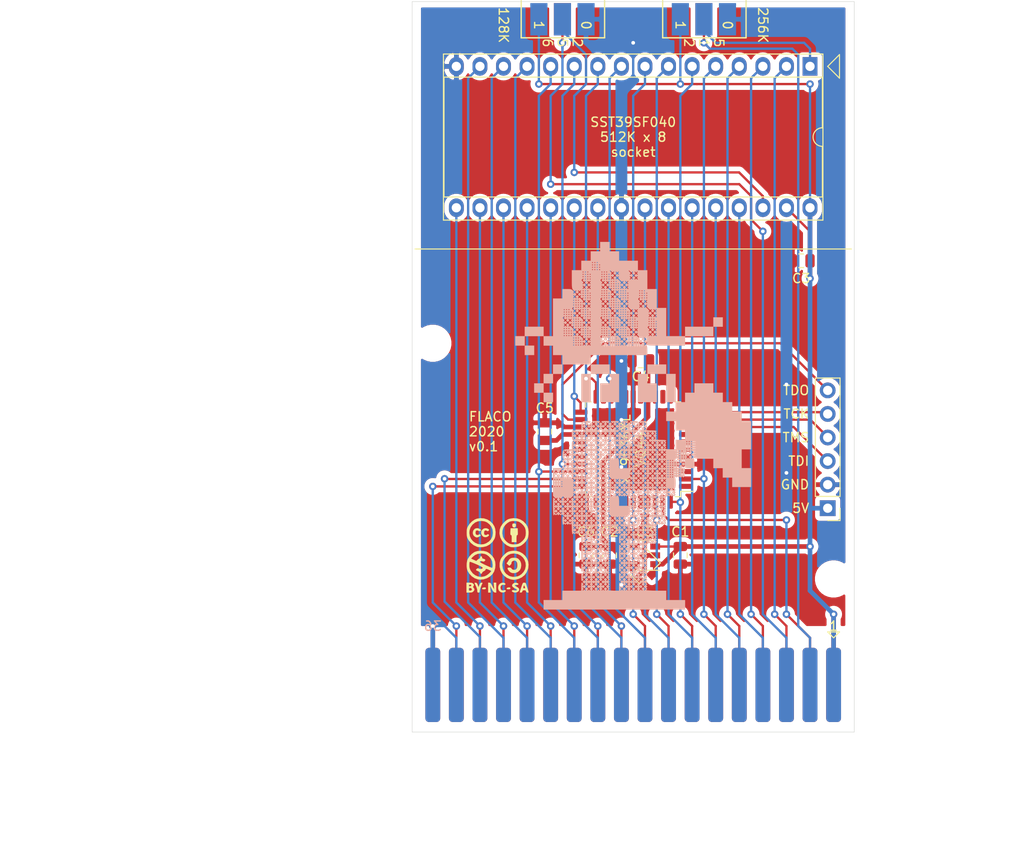
<source format=kicad_pcb>
(kicad_pcb (version 20171130) (host pcbnew 5.1.12-84ad8e8a86~92~ubuntu20.04.1)
  (title_block (title "CPC plus cartridge (ZIF)") (date 2021-12-11) (rev 0.2) (company "FLACO 2019-2020, licence of this schematic is CC-BY-NC-SA") (comment 1 "from 0.1: slight width increase to better fit the CPC connector"))
  (layers (0 F.Cu signal) (31 B.Cu signal) (34 B.Paste user) (35 F.Paste user) (36 B.SilkS user) (37 F.SilkS user) (38 B.Mask user) (39 F.Mask user) (44 Edge.Cuts user))
  (net 0 "")
  (net 1 GND)
  (net 2 /CCLR)
  (net 3 /SIN)
  (net 4 /D3)
  (net 5 /D2)
  (net 6 /D4)
  (net 7 /D1)
  (net 8 /D5)
  (net 9 /D0)
  (net 10 /D6)
  (net 11 /A0)
  (net 12 /D7)
  (net 13 /A1)
  (net 14 /_CE)
  (net 15 /A2)
  (net 16 /A10)
  (net 17 /A3)
  (net 18 /A4)
  (net 19 /A11)
  (net 20 /A5)
  (net 21 /A9)
  (net 22 /A6)
  (net 23 /A8)
  (net 24 /A7)
  (net 25 /A13)
  (net 26 /A12)
  (net 27 /A14)
  (net 28 /A15)
  (net 29 /A17)
  (net 30 /A16)
  (net 31 /A18)
  (net 32 /CLK4)
  (net 33 +5V)
  (net 34 +3V3)
  (net 35 /TMS)
  (net 36 /TDI)
  (net 37 /TDO)
  (net 38 /TCK)
  (net 39 /ROMA17)
  (net 40 /ROMA18)
  (module MountingHole:MountingHole_3mm (layer F.Cu) (at 175.26 118.11)
    (fp_text reference H2 hide)
    (fp_text value MountingHole)
    (pad 1 np_thru_hole circle (at 0 0) (size 3 3) (drill 3) (layers *.Cu *.Mask))
  )
  (module MountingHole:MountingHole_3mm (layer F.Cu) (at 132.08 92.71)
    (fp_text reference H1 hide)
    (fp_text value MountingHole)
    (pad 1 np_thru_hole circle (at 0 0) (size 3 3) (drill 3) (layers *.Cu *.Mask))
  )
  (module Sassa:PIC_Cassepanards_GS (layer B.Cu) (at 153.67 101.6 180)
    (fp_text reference FID2 hide)
    (fp_text value Logo hide)
  )
  (module Sassa:CC_BY_NC_SA_square_silkscreen (layer F.Cu) (at 139.065 115.57)
    (fp_text reference FID1 hide)
    (fp_text value License hide)
  )
  (module Sassa:Jumper_4_SPTT_P2.54mm_Edgemount (layer F.Cu) (at 161.29 57.785 180)
    (fp_text reference JP2 hide)
    (fp_text value 256k)
    (pad 4 smd rect (at 0 0 180) (size 1.846667 3.48) (layers F.Cu F.Paste F.Mask) (net 31 /A18))
    (pad 3 smd rect (at 2.54 0 180) (size 1.846667 3.48) (layers B.Cu B.Paste B.Mask) (net 33 +5V))
    (pad 1 smd rect (at 0 0 180) (size 1.846667 3.48) (layers B.Cu B.Paste B.Mask) (net 40 /ROMA18))
    (pad 2 smd rect (at -2.54 0 180) (size 1.846667 3.48) (layers B.Cu B.Paste B.Mask) (net 1 GND))
  )
  (module Sassa:Jumper_4_SPTT_P2.54mm_Edgemount (layer F.Cu) (at 146.05 57.785 180)
    (fp_text reference JP1 hide)
    (fp_text value 128k)
    (pad 4 smd rect (at 0 0 180) (size 1.846667 3.48) (layers F.Cu F.Paste F.Mask) (net 29 /A17))
    (pad 3 smd rect (at 2.54 0 180) (size 1.846667 3.48) (layers B.Cu B.Paste B.Mask) (net 33 +5V))
    (pad 1 smd rect (at 0 0 180) (size 1.846667 3.48) (layers B.Cu B.Paste B.Mask) (net 39 /ROMA17))
    (pad 2 smd rect (at -2.54 0 180) (size 1.846667 3.48) (layers B.Cu B.Paste B.Mask) (net 1 GND))
  )
  (module Sassa:DIP-32_W15.24mm_Socket_1mm (layer F.Cu) (at 172.72 62.865 270)
    (fp_text reference U1 hide)
    (fp_text value SST39SF040)
    (pad 32 thru_hole oval (at 15.24 0 270) (size 2 1.6) (drill 1) (layers *.Cu *.Mask) (net 33 +5V))
    (pad 16 thru_hole oval (at 0 38.1 270) (size 2 1.6) (drill 1) (layers *.Cu *.Mask) (net 1 GND))
    (pad 31 thru_hole oval (at 15.24 2.54 270) (size 2 1.6) (drill 1) (layers *.Cu *.Mask) (net 33 +5V))
    (pad 15 thru_hole oval (at 0 35.56 270) (size 2 1.6) (drill 1) (layers *.Cu *.Mask) (net 5 /D2))
    (pad 30 thru_hole oval (at 15.24 5.08 270) (size 2 1.6) (drill 1) (layers *.Cu *.Mask) (net 39 /ROMA17))
    (pad 14 thru_hole oval (at 0 33.02 270) (size 2 1.6) (drill 1) (layers *.Cu *.Mask) (net 7 /D1))
    (pad 29 thru_hole oval (at 15.24 7.62 270) (size 2 1.6) (drill 1) (layers *.Cu *.Mask) (net 27 /A14))
    (pad 13 thru_hole oval (at 0 30.48 270) (size 2 1.6) (drill 1) (layers *.Cu *.Mask) (net 9 /D0))
    (pad 28 thru_hole oval (at 15.24 10.16 270) (size 2 1.6) (drill 1) (layers *.Cu *.Mask) (net 25 /A13))
    (pad 12 thru_hole oval (at 0 27.94 270) (size 2 1.6) (drill 1) (layers *.Cu *.Mask) (net 11 /A0))
    (pad 27 thru_hole oval (at 15.24 12.7 270) (size 2 1.6) (drill 1) (layers *.Cu *.Mask) (net 23 /A8))
    (pad 11 thru_hole oval (at 0 25.4 270) (size 2 1.6) (drill 1) (layers *.Cu *.Mask) (net 13 /A1))
    (pad 26 thru_hole oval (at 15.24 15.24 270) (size 2 1.6) (drill 1) (layers *.Cu *.Mask) (net 21 /A9))
    (pad 10 thru_hole oval (at 0 22.86 270) (size 2 1.6) (drill 1) (layers *.Cu *.Mask) (net 15 /A2))
    (pad 25 thru_hole oval (at 15.24 17.78 270) (size 2 1.6) (drill 1) (layers *.Cu *.Mask) (net 19 /A11))
    (pad 9 thru_hole oval (at 0 20.32 270) (size 2 1.6) (drill 1) (layers *.Cu *.Mask) (net 17 /A3))
    (pad 24 thru_hole oval (at 15.24 20.32 270) (size 2 1.6) (drill 1) (layers *.Cu *.Mask) (net 1 GND))
    (pad 8 thru_hole oval (at 0 17.78 270) (size 2 1.6) (drill 1) (layers *.Cu *.Mask) (net 18 /A4))
    (pad 23 thru_hole oval (at 15.24 22.86 270) (size 2 1.6) (drill 1) (layers *.Cu *.Mask) (net 16 /A10))
    (pad 7 thru_hole oval (at 0 15.24 270) (size 2 1.6) (drill 1) (layers *.Cu *.Mask) (net 20 /A5))
    (pad 22 thru_hole oval (at 15.24 25.4 270) (size 2 1.6) (drill 1) (layers *.Cu *.Mask) (net 14 /_CE))
    (pad 6 thru_hole oval (at 0 12.7 270) (size 2 1.6) (drill 1) (layers *.Cu *.Mask) (net 22 /A6))
    (pad 21 thru_hole oval (at 15.24 27.94 270) (size 2 1.6) (drill 1) (layers *.Cu *.Mask) (net 12 /D7))
    (pad 5 thru_hole oval (at 0 10.16 270) (size 2 1.6) (drill 1) (layers *.Cu *.Mask) (net 24 /A7))
    (pad 20 thru_hole oval (at 15.24 30.48 270) (size 2 1.6) (drill 1) (layers *.Cu *.Mask) (net 10 /D6))
    (pad 4 thru_hole oval (at 0 7.62 270) (size 2 1.6) (drill 1) (layers *.Cu *.Mask) (net 26 /A12))
    (pad 19 thru_hole oval (at 15.24 33.02 270) (size 2 1.6) (drill 1) (layers *.Cu *.Mask) (net 8 /D5))
    (pad 3 thru_hole oval (at 0 5.08 270) (size 2 1.6) (drill 1) (layers *.Cu *.Mask) (net 28 /A15))
    (pad 18 thru_hole oval (at 15.24 35.56 270) (size 2 1.6) (drill 1) (layers *.Cu *.Mask) (net 6 /D4))
    (pad 2 thru_hole oval (at 0 2.54 270) (size 2 1.6) (drill 1) (layers *.Cu *.Mask) (net 30 /A16))
    (pad 17 thru_hole oval (at 15.24 38.1 270) (size 2 1.6) (drill 1) (layers *.Cu *.Mask) (net 4 /D3))
    (pad 1 thru_hole rect (at 0 0 270) (size 2 1.6) (drill 1) (layers *.Cu *.Mask) (net 40 /ROMA18))
  )
  (module Package_TO_SOT_SMD:SOT-23 (layer F.Cu) (at 154.94 116.967 315)
    (fp_text reference U4 hide)
    (fp_text value XC6206PxxxMR)
    (pad 3 smd rect (at 1 0 315) (size 0.9 0.8) (layers F.Cu F.Paste F.Mask) (net 33 +5V))
    (pad 2 smd rect (at -1 0.95 315) (size 0.9 0.8) (layers F.Cu F.Paste F.Mask) (net 34 +3V3))
    (pad 1 smd rect (at -1 -0.95 315) (size 0.9 0.8) (layers F.Cu F.Paste F.Mask) (net 1 GND))
  )
  (module Package_TO_SOT_SMD:SOT-23-5 (layer F.Cu) (at 154.94 115.57 180)
    (fp_text reference U3 (at 0 2.54 unlocked) (layer F.SilkS))
    (fp_text value SPX3819M5-L-3-3)
    (pad 5 smd rect (at 1.1 -0.95 180) (size 1.06 0.65) (layers F.Cu F.Paste F.Mask) (net 34 +3V3))
    (pad 4 smd rect (at 1.1 0.95 180) (size 1.06 0.65) (layers F.Cu F.Paste F.Mask))
    (pad 3 smd rect (at -1.1 0.95 180) (size 1.06 0.65) (layers F.Cu F.Paste F.Mask) (net 33 +5V))
    (pad 2 smd rect (at -1.1 0 180) (size 1.06 0.65) (layers F.Cu F.Paste F.Mask) (net 1 GND))
    (pad 1 smd rect (at -1.1 -0.95 180) (size 1.06 0.65) (layers F.Cu F.Paste F.Mask) (net 33 +5V))
  )
  (module Package_QFP:LQFP-44_10x10mm_P0.8mm (layer F.Cu) (at 153.67 104.14 180)
    (fp_text reference U2 hide)
    (fp_text value XC9536XL-VQ44)
    (pad 44 smd roundrect (at -4 -5.6625 180) (size 0.55 1.475) (layers F.Cu F.Paste F.Mask) (net 22 /A6))
    (pad 43 smd roundrect (at -3.2 -5.6625 180) (size 0.55 1.475) (layers F.Cu F.Paste F.Mask) (net 32 /CLK4))
    (pad 42 smd roundrect (at -2.4 -5.6625 180) (size 0.55 1.475) (layers F.Cu F.Paste F.Mask) (net 20 /A5))
    (pad 41 smd roundrect (at -1.6 -5.6625 180) (size 0.55 1.475) (layers F.Cu F.Paste F.Mask))
    (pad 40 smd roundrect (at -0.8 -5.6625 180) (size 0.55 1.475) (layers F.Cu F.Paste F.Mask))
    (pad 39 smd roundrect (at 0 -5.6625 180) (size 0.55 1.475) (layers F.Cu F.Paste F.Mask) (net 18 /A4))
    (pad 38 smd roundrect (at 0.8 -5.6625 180) (size 0.55 1.475) (layers F.Cu F.Paste F.Mask))
    (pad 37 smd roundrect (at 1.6 -5.6625 180) (size 0.55 1.475) (layers F.Cu F.Paste F.Mask))
    (pad 36 smd roundrect (at 2.4 -5.6625 180) (size 0.55 1.475) (layers F.Cu F.Paste F.Mask))
    (pad 35 smd roundrect (at 3.2 -5.6625 180) (size 0.55 1.475) (layers F.Cu F.Paste F.Mask) (net 34 +3V3))
    (pad 34 smd roundrect (at 4 -5.6625 180) (size 0.55 1.475) (layers F.Cu F.Paste F.Mask))
    (pad 33 smd roundrect (at 5.6625 -4 180) (size 1.475 0.55) (layers F.Cu F.Paste F.Mask) (net 2 /CCLR))
    (pad 32 smd roundrect (at 5.6625 -3.2 180) (size 1.475 0.55) (layers F.Cu F.Paste F.Mask) (net 3 /SIN))
    (pad 31 smd roundrect (at 5.6625 -2.4 180) (size 1.475 0.55) (layers F.Cu F.Paste F.Mask) (net 11 /A0))
    (pad 30 smd roundrect (at 5.6625 -1.6 180) (size 1.475 0.55) (layers F.Cu F.Paste F.Mask) (net 13 /A1))
    (pad 29 smd roundrect (at 5.6625 -0.8 180) (size 1.475 0.55) (layers F.Cu F.Paste F.Mask))
    (pad 28 smd roundrect (at 5.6625 0 180) (size 1.475 0.55) (layers F.Cu F.Paste F.Mask))
    (pad 27 smd roundrect (at 5.6625 0.8 180) (size 1.475 0.55) (layers F.Cu F.Paste F.Mask))
    (pad 26 smd roundrect (at 5.6625 1.6 180) (size 1.475 0.55) (layers F.Cu F.Paste F.Mask) (net 34 +3V3))
    (pad 25 smd roundrect (at 5.6625 2.4 180) (size 1.475 0.55) (layers F.Cu F.Paste F.Mask) (net 1 GND))
    (pad 24 smd roundrect (at 5.6625 3.2 180) (size 1.475 0.55) (layers F.Cu F.Paste F.Mask) (net 37 /TDO))
    (pad 23 smd roundrect (at 5.6625 4 180) (size 1.475 0.55) (layers F.Cu F.Paste F.Mask) (net 14 /_CE))
    (pad 22 smd roundrect (at 4 5.6625 180) (size 0.55 1.475) (layers F.Cu F.Paste F.Mask) (net 15 /A2))
    (pad 21 smd roundrect (at 3.2 5.6625 180) (size 0.55 1.475) (layers F.Cu F.Paste F.Mask))
    (pad 20 smd roundrect (at 2.4 5.6625 180) (size 0.55 1.475) (layers F.Cu F.Paste F.Mask) (net 17 /A3))
    (pad 19 smd roundrect (at 1.6 5.6625 180) (size 0.55 1.475) (layers F.Cu F.Paste F.Mask))
    (pad 18 smd roundrect (at 0.8 5.6625 180) (size 0.55 1.475) (layers F.Cu F.Paste F.Mask))
    (pad 17 smd roundrect (at 0 5.6625 180) (size 0.55 1.475) (layers F.Cu F.Paste F.Mask) (net 1 GND))
    (pad 16 smd roundrect (at -0.8 5.6625 180) (size 0.55 1.475) (layers F.Cu F.Paste F.Mask))
    (pad 15 smd roundrect (at -1.6 5.6625 180) (size 0.55 1.475) (layers F.Cu F.Paste F.Mask) (net 34 +3V3))
    (pad 14 smd roundrect (at -2.4 5.6625 180) (size 0.55 1.475) (layers F.Cu F.Paste F.Mask))
    (pad 13 smd roundrect (at -3.2 5.6625 180) (size 0.55 1.475) (layers F.Cu F.Paste F.Mask))
    (pad 12 smd roundrect (at -4 5.6625 180) (size 0.55 1.475) (layers F.Cu F.Paste F.Mask))
    (pad 11 smd roundrect (at -5.6625 4 180) (size 1.475 0.55) (layers F.Cu F.Paste F.Mask) (net 38 /TCK))
    (pad 10 smd roundrect (at -5.6625 3.2 180) (size 1.475 0.55) (layers F.Cu F.Paste F.Mask) (net 35 /TMS))
    (pad 9 smd roundrect (at -5.6625 2.4 180) (size 1.475 0.55) (layers F.Cu F.Paste F.Mask) (net 36 /TDI))
    (pad 8 smd roundrect (at -5.6625 1.6 180) (size 1.475 0.55) (layers F.Cu F.Paste F.Mask))
    (pad 7 smd roundrect (at -5.6625 0.8 180) (size 1.475 0.55) (layers F.Cu F.Paste F.Mask))
    (pad 6 smd roundrect (at -5.6625 0 180) (size 1.475 0.55) (layers F.Cu F.Paste F.Mask))
    (pad 5 smd roundrect (at -5.6625 -0.8 180) (size 1.475 0.55) (layers F.Cu F.Paste F.Mask))
    (pad 4 smd roundrect (at -5.6625 -1.6 180) (size 1.475 0.55) (layers F.Cu F.Paste F.Mask) (net 1 GND))
    (pad 3 smd roundrect (at -5.6625 -2.4 180) (size 1.475 0.55) (layers F.Cu F.Paste F.Mask))
    (pad 2 smd roundrect (at -5.6625 -3.2 180) (size 1.475 0.55) (layers F.Cu F.Paste F.Mask) (net 24 /A7))
    (pad 1 smd roundrect (at -5.6625 -4 180) (size 1.475 0.55) (layers F.Cu F.Paste F.Mask))
  )
  (module Connector_PinHeader_2.54mm:PinHeader_1x06_P2.54mm_Vertical (layer F.Cu) (at 174.625 110.49 180)
    (fp_text reference J2 hide)
    (fp_text value JTAG)
    (pad 6 thru_hole oval (at 0 12.7 180) (size 1.7 1.7) (drill 1) (layers *.Cu *.Mask) (net 37 /TDO))
    (pad 5 thru_hole oval (at 0 10.16 180) (size 1.7 1.7) (drill 1) (layers *.Cu *.Mask) (net 38 /TCK))
    (pad 4 thru_hole oval (at 0 7.62 180) (size 1.7 1.7) (drill 1) (layers *.Cu *.Mask) (net 35 /TMS))
    (pad 3 thru_hole oval (at 0 5.08 180) (size 1.7 1.7) (drill 1) (layers *.Cu *.Mask) (net 36 /TDI))
    (pad 2 thru_hole oval (at 0 2.54 180) (size 1.7 1.7) (drill 1) (layers *.Cu *.Mask) (net 1 GND))
    (pad 1 thru_hole rect (at 0 0 180) (size 1.7 1.7) (drill 1) (layers *.Cu *.Mask) (net 33 +5V))
  )
  (module Capacitor_SMD:C_0805_2012Metric (layer F.Cu) (at 148.59 115.57 270)
    (fp_text reference C6 (at -2.54 0 unlocked) (layer F.SilkS))
    (fp_text value 100nF)
    (pad 2 smd roundrect (at 0.95 0 270) (size 1 1.45) (layers F.Cu F.Paste F.Mask) (net 1 GND))
    (pad 1 smd roundrect (at -0.95 0 270) (size 1 1.45) (layers F.Cu F.Paste F.Mask) (net 34 +3V3))
  )
  (module Capacitor_SMD:C_0805_2012Metric (layer F.Cu) (at 144.145 102.235 90)
    (fp_text reference C5 (at 2.54 0 unlocked) (layer F.SilkS))
    (fp_text value 100nF)
    (pad 2 smd roundrect (at 0.95 0 90) (size 1 1.45) (layers F.Cu F.Paste F.Mask) (net 1 GND))
    (pad 1 smd roundrect (at -0.95 0 90) (size 1 1.45) (layers F.Cu F.Paste F.Mask) (net 34 +3V3))
  )
  (module Capacitor_SMD:C_0805_2012Metric (layer F.Cu) (at 154.4955 94.615 180)
    (fp_text reference C4 (at 0 -1.68 unlocked) (layer F.SilkS))
    (fp_text value 100nF)
    (pad 2 smd roundrect (at 0.95 0 180) (size 1 1.45) (layers F.Cu F.Paste F.Mask) (net 1 GND))
    (pad 1 smd roundrect (at -0.95 0 180) (size 1 1.45) (layers F.Cu F.Paste F.Mask) (net 34 +3V3))
  )
  (module Capacitor_SMD:C_0805_2012Metric (layer F.Cu) (at 171.77 83.82 180)
    (fp_text reference C3 (at 0 -1.905 unlocked) (layer F.SilkS))
    (fp_text value 100nF)
    (pad 2 smd roundrect (at 0.95 0 180) (size 1 1.45) (layers F.Cu F.Paste F.Mask) (net 1 GND))
    (pad 1 smd roundrect (at -0.95 0 180) (size 1 1.45) (layers F.Cu F.Paste F.Mask) (net 33 +5V))
  )
  (module Capacitor_SMD:C_0805_2012Metric (layer F.Cu) (at 151.13 115.57 270)
    (fp_text reference C2 (at -2.54 0 unlocked) (layer F.SilkS))
    (fp_text value 2.2uf)
    (pad 2 smd roundrect (at 0.95 0 270) (size 1 1.45) (layers F.Cu F.Paste F.Mask) (net 1 GND))
    (pad 1 smd roundrect (at -0.95 0 270) (size 1 1.45) (layers F.Cu F.Paste F.Mask) (net 34 +3V3))
  )
  (module Capacitor_SMD:C_0805_2012Metric (layer F.Cu) (at 158.75 115.57 270)
    (fp_text reference C1 (at -2.54 0 unlocked) (layer F.SilkS))
    (fp_text value 2.2uf)
    (pad 2 smd roundrect (at 0.95 0 270) (size 1 1.45) (layers F.Cu F.Paste F.Mask) (net 1 GND))
    (pad 1 smd roundrect (at -0.95 0 270) (size 1 1.45) (layers F.Cu F.Paste F.Mask) (net 33 +5V))
  )
  (module Sassa:Amstrad-CPC-plus-cartridge (layer F.Cu) (at 175.26 129.54)
    (fp_text reference J1 hide)
    (fp_text value Amstrad-CPC-plus-cartridge)
    (pad 36 smd roundrect (at -43.18 0) (size 1.6 8) (layers B.Cu B.Paste B.Mask) (net 1 GND))
    (pad 35 smd roundrect (at -43.18 0) (size 1.6 8) (layers F.Cu F.Paste F.Mask) (net 1 GND))
    (pad 34 smd roundrect (at -40.64 0) (size 1.6 8) (layers B.Cu B.Paste B.Mask) (net 1 GND))
    (pad 33 smd roundrect (at -40.64 0) (size 1.6 8) (layers F.Cu F.Paste F.Mask) (net 2 /CCLR))
    (pad 32 smd roundrect (at -38.1 0) (size 1.6 8) (layers B.Cu B.Paste B.Mask) (net 3 /SIN))
    (pad 31 smd roundrect (at -38.1 0) (size 1.6 8) (layers F.Cu F.Paste F.Mask) (net 4 /D3))
    (pad 30 smd roundrect (at -35.56 0) (size 1.6 8) (layers B.Cu B.Paste B.Mask) (net 5 /D2))
    (pad 29 smd roundrect (at -35.56 0) (size 1.6 8) (layers F.Cu F.Paste F.Mask) (net 6 /D4))
    (pad 28 smd roundrect (at -33.02 0) (size 1.6 8) (layers B.Cu B.Paste B.Mask) (net 7 /D1))
    (pad 27 smd roundrect (at -33.02 0) (size 1.6 8) (layers F.Cu F.Paste F.Mask) (net 8 /D5))
    (pad 26 smd roundrect (at -30.48 0) (size 1.6 8) (layers B.Cu B.Paste B.Mask) (net 9 /D0))
    (pad 25 smd roundrect (at -30.48 0) (size 1.6 8) (layers F.Cu F.Paste F.Mask) (net 10 /D6))
    (pad 24 smd roundrect (at -27.94 0) (size 1.6 8) (layers B.Cu B.Paste B.Mask) (net 11 /A0))
    (pad 23 smd roundrect (at -27.94 0) (size 1.6 8) (layers F.Cu F.Paste F.Mask) (net 12 /D7))
    (pad 22 smd roundrect (at -25.4 0) (size 1.6 8) (layers B.Cu B.Paste B.Mask) (net 13 /A1))
    (pad 21 smd roundrect (at -25.4 0) (size 1.6 8) (layers F.Cu F.Paste F.Mask) (net 14 /_CE))
    (pad 20 smd roundrect (at -22.86 0) (size 1.6 8) (layers B.Cu B.Paste B.Mask) (net 15 /A2))
    (pad 19 smd roundrect (at -22.86 0) (size 1.6 8) (layers F.Cu F.Paste F.Mask) (net 16 /A10))
    (pad 18 smd roundrect (at -20.32 0) (size 1.6 8) (layers B.Cu B.Paste B.Mask) (net 17 /A3))
    (pad 17 smd roundrect (at -20.32 0) (size 1.6 8) (layers F.Cu F.Paste F.Mask) (net 18 /A4))
    (pad 16 smd roundrect (at -17.78 0) (size 1.6 8) (layers B.Cu B.Paste B.Mask) (net 19 /A11))
    (pad 15 smd roundrect (at -17.78 0) (size 1.6 8) (layers F.Cu F.Paste F.Mask) (net 20 /A5))
    (pad 14 smd roundrect (at -15.24 0) (size 1.6 8) (layers B.Cu B.Paste B.Mask) (net 21 /A9))
    (pad 13 smd roundrect (at -15.24 0) (size 1.6 8) (layers F.Cu F.Paste F.Mask) (net 22 /A6))
    (pad 12 smd roundrect (at -12.7 0) (size 1.6 8) (layers B.Cu B.Paste B.Mask) (net 23 /A8))
    (pad 11 smd roundrect (at -12.7 0) (size 1.6 8) (layers F.Cu F.Paste F.Mask) (net 24 /A7))
    (pad 10 smd roundrect (at -10.16 0) (size 1.6 8) (layers B.Cu B.Paste B.Mask) (net 25 /A13))
    (pad 9 smd roundrect (at -10.16 0) (size 1.6 8) (layers F.Cu F.Paste F.Mask) (net 26 /A12))
    (pad 8 smd roundrect (at -7.62 0) (size 1.6 8) (layers B.Cu B.Paste B.Mask) (net 27 /A14))
    (pad 7 smd roundrect (at -7.62 0) (size 1.6 8) (layers F.Cu F.Paste F.Mask) (net 28 /A15))
    (pad 6 smd roundrect (at -5.08 0) (size 1.6 8) (layers B.Cu B.Paste B.Mask) (net 29 /A17))
    (pad 5 smd roundrect (at -5.08 0) (size 1.6 8) (layers F.Cu F.Paste F.Mask) (net 30 /A16))
    (pad 4 smd roundrect (at -2.54 0) (size 1.6 8) (layers B.Cu B.Paste B.Mask) (net 31 /A18))
    (pad 3 smd roundrect (at -2.54 0) (size 1.6 8) (layers F.Cu F.Paste F.Mask) (net 32 /CLK4))
    (pad 2 smd roundrect (at 0 0) (size 1.6 8) (layers B.Cu B.Paste B.Mask) (net 33 +5V))
    (pad 1 smd roundrect (at 0 0) (size 1.6 8) (layers F.Cu F.Paste F.Mask) (net 33 +5V))
  )
  (gr_text 5V (at 172.72 110.49) (layer F.SilkS) (effects (font (size 1 1)) (justify right)))
  (gr_text GND (at 172.72 107.95) (layer F.SilkS) (effects (font (size 1 1)) (justify right)))
  (gr_text TDI (at 172.72 105.41) (layer F.SilkS) (effects (font (size 1 1)) (justify right)))
  (gr_text TMS (at 172.72 102.87) (layer F.SilkS) (effects (font (size 1 1)) (justify right)))
  (gr_text TCK (at 172.72 100.33) (layer F.SilkS) (effects (font (size 1 1)) (justify right)))
  (gr_text TDO (at 172.72 97.79) (layer F.SilkS) (effects (font (size 1 1)) (justify right)))
  (gr_text "FLACO\n2020\nv0.1" (at 135.89 102.235) (layer F.SilkS) (effects (font (size 1 1)) (justify left)))
  (gr_line (start 175.895 64.135) (end 174.625 62.865) (layer F.SilkS) (width 0.12))
  (gr_line (start 175.895 61.595) (end 175.895 64.135) (layer F.SilkS) (width 0.12))
  (gr_line (start 174.625 62.865) (end 175.895 61.595) (layer F.SilkS) (width 0.12))
  (gr_text 36 (at 132.08 123.19) (layer B.SilkS) (effects (font (size 1 1)) (justify mirror)))
  (gr_line (start 175.26 124.46) (end 174.625 123.825) (layer F.SilkS) (width 0.12))
  (gr_line (start 175.895 123.825) (end 175.26 124.46) (layer F.SilkS) (width 0.12))
  (gr_line (start 174.625 123.825) (end 175.895 123.825) (layer F.SilkS) (width 0.12))
  (gr_text 1 (at 175.26 123.19) (layer F.SilkS) (effects (font (size 1 1))))
  (gr_text "5\n1\n2" (at 161.29 60.325 270) (layer F.SilkS) (effects (font (size 1 1))))
  (gr_text "2\n5\n6" (at 146.05 60.325 270) (layer F.SilkS) (effects (font (size 1 1))))
  (gr_text 0 (at 163.83 58.42 270) (layer F.SilkS) (effects (font (size 1 1))))
  (gr_text 1 (at 158.75 58.42 270) (layer F.SilkS) (effects (font (size 1 1))))
  (gr_text 0 (at 148.59 58.42 270) (layer F.SilkS) (effects (font (size 1 1))))
  (gr_text 1 (at 143.51 58.42 270) (layer F.SilkS) (effects (font (size 1 1))))
  (gr_text "XC9536XL\nVQ44" (at 153.67 104.14 90) (layer F.SilkS) (effects (font (size 1 1))))
  (gr_text "SST39SF040\n512K x 8\nsocket" (at 153.67 70.485) (layer F.SilkS) (effects (font (size 1 1))))
  (gr_text 256K (at 167.64 58.42 270) (layer F.SilkS) (effects (font (size 1 1))))
  (gr_text 128K (at 139.7 58.42 270) (layer F.SilkS) (effects (font (size 1 1))))
  (gr_line (start 130.175 82.55) (end 177.165 82.55) (layer F.SilkS) (width 0.12))
  (gr_line (start 129.8575 55.88) (end 177.4825 55.88) (layer Edge.Cuts) (width 0.05))
  (gr_line (start 129.8575 134.62) (end 129.8575 55.88) (layer Edge.Cuts) (width 0.05))
  (gr_line (start 177.4825 134.62) (end 177.4825 55.88) (layer Edge.Cuts) (width 0.05))
  (gr_line (start 129.8575 134.62) (end 177.4825 134.62) (layer Edge.Cuts) (width 0.05))
  (via (at 170.18 97.155) (size 0.8) (drill 0.4) (layers F.Cu B.Cu) (net 1))
  (segment (start 145.735 101.285) (end 144.145 101.285) (width 0.5) (layer F.Cu) (net 1))
  (segment (start 148.0075 101.74) (end 146.19 101.74) (width 0.5) (layer F.Cu) (net 1))
  (segment (start 146.19 101.74) (end 145.735 101.285) (width 0.5) (layer F.Cu) (net 1))
  (segment (start 153.67 94.7395) (end 153.5455 94.615) (width 0.5) (layer F.Cu) (net 1))
  (segment (start 153.67 98.4775) (end 153.67 94.7395) (width 0.5) (layer F.Cu) (net 1))
  (segment (start 153.67 99.695) (end 153.67 98.4775) (width 0.5) (layer F.Cu) (net 1))
  (segment (start 152.4 100.965) (end 153.67 99.695) (width 0.5) (layer F.Cu) (net 1))
  (segment (start 151.625 101.74) (end 152.4 100.965) (width 0.5) (layer F.Cu) (net 1))
  (segment (start 148.0075 101.74) (end 151.625 101.74) (width 0.5) (layer F.Cu) (net 1))
  (via (at 152.4 100.965) (size 0.8) (drill 0.4) (layers F.Cu B.Cu) (net 1))
  (segment (start 152.4 106.045) (end 152.4 100.965) (width 0.5) (layer B.Cu) (net 1))
  (segment (start 159.3325 105.74) (end 152.705 105.74) (width 0.5) (layer F.Cu) (net 1))
  (segment (start 152.705 105.74) (end 152.4 106.045) (width 0.5) (layer F.Cu) (net 1))
  (via (at 152.4 106.045) (size 0.8) (drill 0.4) (layers F.Cu B.Cu) (net 1))
  (via (at 152.4 94.615) (size 0.8) (drill 0.4) (layers F.Cu B.Cu) (net 1))
  (segment (start 153.5455 94.615) (end 152.4 94.615) (width 0.25) (layer F.Cu) (net 1))
  (segment (start 154.922787 115.57) (end 154.904645 115.588142) (width 0.5) (layer F.Cu) (net 1))
  (segment (start 156.04 115.57) (end 154.922787 115.57) (width 0.5) (layer F.Cu) (net 1))
  (segment (start 132.08 129.54) (end 132.08 123.19) (width 0.5) (layer B.Cu) (net 1))
  (segment (start 132.08 129.54) (end 132.08 123.19) (width 0.5) (layer F.Cu) (net 1))
  (via (at 132.08 123.19) (size 0.8) (drill 0.4) (layers F.Cu B.Cu) (net 1))
  (segment (start 133.35 123.19) (end 132.08 123.19) (width 0.25) (layer B.Cu) (net 1))
  (segment (start 134.62 124.46) (end 133.35 123.19) (width 0.25) (layer B.Cu) (net 1))
  (segment (start 134.62 129.54) (end 134.62 124.46) (width 0.25) (layer B.Cu) (net 1))
  (segment (start 132.08 123.19) (end 132.08 122.555) (width 0.5) (layer F.Cu) (net 1))
  (segment (start 132.08 123.19) (end 132.08 122.555) (width 0.5) (layer B.Cu) (net 1))
  (segment (start 151.13 116.52) (end 148.59 116.52) (width 0.5) (layer F.Cu) (net 1))
  (segment (start 159.3325 105.74) (end 162.255 105.74) (width 0.5) (layer F.Cu) (net 1))
  (via (at 170.18 106.68) (size 0.8) (drill 0.4) (layers F.Cu B.Cu) (net 1))
  (segment (start 151.13 118.11) (end 151.13 116.52) (width 0.5) (layer F.Cu) (net 1))
  (segment (start 151.765 118.745) (end 151.13 118.11) (width 0.5) (layer F.Cu) (net 1))
  (segment (start 153.280002 118.745) (end 152.4 118.745) (width 0.5) (layer F.Cu) (net 1))
  (segment (start 154.904645 117.120357) (end 153.280002 118.745) (width 0.5) (layer F.Cu) (net 1))
  (segment (start 154.904645 115.588142) (end 154.904645 117.120357) (width 0.5) (layer F.Cu) (net 1))
  (segment (start 152.4 118.745) (end 151.765 118.745) (width 0.5) (layer F.Cu) (net 1))
  (via (at 152.4 118.745) (size 0.8) (drill 0.4) (layers F.Cu B.Cu) (net 1))
  (via (at 153.67 60.325) (size 0.8) (drill 0.4) (layers F.Cu B.Cu) (net 1))
  (segment (start 154.904645 115.588142) (end 154.904645 113.065355) (width 0.5) (layer F.Cu) (net 1))
  (segment (start 153.67 64.77) (end 153.67 60.325) (width 0.25) (layer B.Cu) (net 1))
  (segment (start 152.4 66.04) (end 153.67 64.77) (width 0.25) (layer B.Cu) (net 1))
  (segment (start 152.4 78.105) (end 152.4 66.04) (width 0.25) (layer B.Cu) (net 1))
  (segment (start 134.62 129.54) (end 134.62 123.19) (width 0.25) (layer F.Cu) (net 2))
  (via (at 134.62 123.19) (size 0.8) (drill 0.4) (layers F.Cu B.Cu) (net 2))
  (via (at 132.080001 108.1405) (size 0.8) (drill 0.4) (layers F.Cu B.Cu) (net 2))
  (segment (start 134.62 123.19) (end 132.080001 120.650001) (width 0.25) (layer B.Cu) (net 2))
  (segment (start 132.080001 120.650001) (end 132.080001 108.1405) (width 0.25) (layer B.Cu) (net 2))
  (segment (start 148.0075 108.14) (end 132.080501 108.14) (width 0.25) (layer F.Cu) (net 2))
  (segment (start 132.080501 108.14) (end 132.080001 108.1405) (width 0.25) (layer F.Cu) (net 2))
  (via (at 133.35 107.315) (size 0.8) (drill 0.4) (layers F.Cu B.Cu) (net 3))
  (segment (start 137.16 129.54) (end 137.16 124.365) (width 0.25) (layer B.Cu) (net 3))
  (segment (start 137.16 124.365) (end 133.35 120.555) (width 0.25) (layer B.Cu) (net 3))
  (segment (start 133.35 120.555) (end 133.35 107.315) (width 0.25) (layer B.Cu) (net 3))
  (segment (start 133.375 107.34) (end 133.35 107.315) (width 0.25) (layer F.Cu) (net 3))
  (segment (start 148.0075 107.34) (end 133.375 107.34) (width 0.25) (layer F.Cu) (net 3))
  (via (at 137.16 123.19) (size 0.8) (drill 0.4) (layers F.Cu B.Cu) (net 4))
  (segment (start 137.16 129.54) (end 137.16 123.19) (width 0.25) (layer F.Cu) (net 4))
  (segment (start 134.62 78.105) (end 134.62 120.65) (width 0.25) (layer B.Cu) (net 4))
  (segment (start 134.62 120.65) (end 137.16 123.19) (width 0.25) (layer B.Cu) (net 4))
  (segment (start 135.89 64.135) (end 137.16 62.865) (width 0.25) (layer B.Cu) (net 5))
  (segment (start 135.89 120.65) (end 135.89 64.135) (width 0.25) (layer B.Cu) (net 5))
  (segment (start 139.7 124.46) (end 135.89 120.65) (width 0.25) (layer B.Cu) (net 5))
  (segment (start 139.7 129.54) (end 139.7 124.46) (width 0.25) (layer B.Cu) (net 5))
  (segment (start 137.16 120.65) (end 139.7 123.19) (width 0.25) (layer B.Cu) (net 6))
  (segment (start 137.16 78.105) (end 137.16 120.65) (width 0.25) (layer B.Cu) (net 6))
  (segment (start 139.7 129.54) (end 139.7 123.19) (width 0.25) (layer F.Cu) (net 6))
  (via (at 139.7 123.19) (size 0.8) (drill 0.4) (layers F.Cu B.Cu) (net 6))
  (segment (start 142.24 124.46) (end 142.24 129.54) (width 0.25) (layer B.Cu) (net 7))
  (segment (start 138.43 120.65) (end 142.24 124.46) (width 0.25) (layer B.Cu) (net 7))
  (segment (start 138.43 64.135) (end 138.43 120.65) (width 0.25) (layer B.Cu) (net 7))
  (segment (start 139.7 62.865) (end 138.43 64.135) (width 0.25) (layer B.Cu) (net 7))
  (segment (start 139.7 120.65) (end 142.24 123.19) (width 0.25) (layer B.Cu) (net 8))
  (segment (start 139.7 78.105) (end 139.7 120.65) (width 0.25) (layer B.Cu) (net 8))
  (segment (start 142.24 129.54) (end 142.24 123.19) (width 0.25) (layer F.Cu) (net 8))
  (via (at 142.24 123.19) (size 0.8) (drill 0.4) (layers F.Cu B.Cu) (net 8))
  (segment (start 140.97 64.135) (end 142.24 62.865) (width 0.25) (layer B.Cu) (net 9))
  (segment (start 140.97 120.65) (end 140.97 64.135) (width 0.25) (layer B.Cu) (net 9))
  (segment (start 144.78 124.46) (end 140.97 120.65) (width 0.25) (layer B.Cu) (net 9))
  (segment (start 144.78 129.54) (end 144.78 124.46) (width 0.25) (layer B.Cu) (net 9))
  (segment (start 142.24 120.65) (end 144.78 123.19) (width 0.25) (layer B.Cu) (net 10))
  (segment (start 144.78 129.54) (end 144.78 123.19) (width 0.25) (layer F.Cu) (net 10))
  (segment (start 142.24 78.105) (end 142.24 120.65) (width 0.25) (layer B.Cu) (net 10))
  (via (at 144.78 123.19) (size 0.8) (drill 0.4) (layers F.Cu B.Cu) (net 10))
  (segment (start 147.32 124.46) (end 143.51 120.65) (width 0.25) (layer B.Cu) (net 11))
  (segment (start 147.32 129.54) (end 147.32 124.46) (width 0.25) (layer B.Cu) (net 11))
  (segment (start 143.51 120.65) (end 143.51 106.045) (width 0.25) (layer B.Cu) (net 11))
  (segment (start 143.51 106.045) (end 143.51 105.41) (width 0.25) (layer B.Cu) (net 11))
  (segment (start 144.78 64.77) (end 144.78 62.865) (width 0.25) (layer B.Cu) (net 11))
  (segment (start 143.51 66.04) (end 144.78 64.77) (width 0.25) (layer B.Cu) (net 11))
  (segment (start 143.51 105.41) (end 143.51 66.04) (width 0.25) (layer B.Cu) (net 11))
  (via (at 143.51 106.553) (size 0.8) (drill 0.4) (layers F.Cu B.Cu) (net 11))
  (segment (start 143.523 106.54) (end 143.51 106.553) (width 0.25) (layer F.Cu) (net 11))
  (segment (start 148.0075 106.54) (end 143.523 106.54) (width 0.25) (layer F.Cu) (net 11))
  (segment (start 144.78 120.65) (end 147.32 123.19) (width 0.25) (layer B.Cu) (net 12))
  (segment (start 144.78 78.105) (end 144.78 120.65) (width 0.25) (layer B.Cu) (net 12))
  (segment (start 147.32 129.54) (end 147.32 123.19) (width 0.25) (layer F.Cu) (net 12))
  (via (at 147.32 123.19) (size 0.8) (drill 0.4) (layers F.Cu B.Cu) (net 12))
  (segment (start 149.86 124.46) (end 146.05 120.65) (width 0.25) (layer B.Cu) (net 13))
  (segment (start 149.86 129.54) (end 149.86 124.46) (width 0.25) (layer B.Cu) (net 13))
  (segment (start 146.05 120.65) (end 146.05 106.68) (width 0.25) (layer B.Cu) (net 13))
  (segment (start 146.05 106.68) (end 146.05 106.045) (width 0.25) (layer B.Cu) (net 13))
  (segment (start 147.32 64.77) (end 147.32 62.865) (width 0.25) (layer B.Cu) (net 13))
  (segment (start 146.05 66.04) (end 147.32 64.77) (width 0.25) (layer B.Cu) (net 13))
  (segment (start 146.05 106.045) (end 146.05 66.04) (width 0.25) (layer B.Cu) (net 13))
  (via (at 146.05 105.7275) (size 0.8) (drill 0.4) (layers F.Cu B.Cu) (net 13))
  (segment (start 146.0625 105.74) (end 146.05 105.7275) (width 0.25) (layer F.Cu) (net 13))
  (segment (start 148.0075 105.74) (end 146.0625 105.74) (width 0.25) (layer F.Cu) (net 13))
  (segment (start 149.86 129.54) (end 149.86 123.19) (width 0.25) (layer F.Cu) (net 14))
  (via (at 149.86 123.19) (size 0.8) (drill 0.4) (layers F.Cu B.Cu) (net 14))
  (segment (start 149.86 123.19) (end 147.32 120.65) (width 0.25) (layer B.Cu) (net 14))
  (segment (start 147.32 120.65) (end 147.32 110.49) (width 0.25) (layer B.Cu) (net 14))
  (via (at 147.32 98.425) (size 0.8) (drill 0.4) (layers F.Cu B.Cu) (net 14))
  (segment (start 148.0075 100.14) (end 148.0075 99.1125) (width 0.25) (layer F.Cu) (net 14))
  (segment (start 148.0075 99.1125) (end 147.32 98.425) (width 0.25) (layer F.Cu) (net 14))
  (segment (start 147.32 98.425) (end 147.32 110.49) (width 0.25) (layer B.Cu) (net 14))
  (segment (start 147.32 78.105) (end 147.32 98.425) (width 0.25) (layer B.Cu) (net 14))
  (via (at 148.59 96.52) (size 0.8) (drill 0.4) (layers F.Cu B.Cu) (net 15))
  (segment (start 152.4 129.54) (end 152.4 124.46) (width 0.25) (layer B.Cu) (net 15))
  (segment (start 148.59 120.65) (end 148.59 96.52) (width 0.25) (layer B.Cu) (net 15))
  (segment (start 152.4 124.46) (end 148.59 120.65) (width 0.25) (layer B.Cu) (net 15))
  (segment (start 149.225 96.52) (end 148.59 96.52) (width 0.25) (layer F.Cu) (net 15))
  (segment (start 149.67 96.965) (end 149.225 96.52) (width 0.25) (layer F.Cu) (net 15))
  (segment (start 149.67 98.4775) (end 149.67 96.965) (width 0.25) (layer F.Cu) (net 15))
  (segment (start 148.59 66.04) (end 148.59 96.52) (width 0.25) (layer B.Cu) (net 15))
  (segment (start 149.86 64.77) (end 148.59 66.04) (width 0.25) (layer B.Cu) (net 15))
  (segment (start 149.86 62.865) (end 149.86 64.77) (width 0.25) (layer B.Cu) (net 15))
  (segment (start 149.86 78.105) (end 149.86 120.65) (width 0.25) (layer B.Cu) (net 16))
  (segment (start 149.86 120.65) (end 152.4 123.19) (width 0.25) (layer B.Cu) (net 16))
  (segment (start 152.4 129.54) (end 152.4 123.19) (width 0.25) (layer F.Cu) (net 16))
  (via (at 152.4 123.19) (size 0.8) (drill 0.4) (layers F.Cu B.Cu) (net 16))
  (segment (start 151.13 64.135) (end 152.4 62.865) (width 0.25) (layer B.Cu) (net 17))
  (segment (start 151.13 120.65) (end 151.13 64.135) (width 0.25) (layer B.Cu) (net 17))
  (segment (start 154.94 124.46) (end 151.13 120.65) (width 0.25) (layer B.Cu) (net 17))
  (segment (start 154.94 129.54) (end 154.94 124.46) (width 0.25) (layer B.Cu) (net 17))
  (via (at 151.13 96.52) (size 0.8) (drill 0.4) (layers F.Cu B.Cu) (net 17))
  (segment (start 151.27 96.66) (end 151.13 96.52) (width 0.25) (layer F.Cu) (net 17))
  (segment (start 151.27 98.4775) (end 151.27 96.66) (width 0.25) (layer F.Cu) (net 17))
  (via (at 153.67 121.92) (size 0.8) (drill 0.4) (layers F.Cu B.Cu) (net 18))
  (segment (start 154.94 123.19) (end 154.94 129.54) (width 0.25) (layer F.Cu) (net 18))
  (segment (start 153.67 121.92) (end 154.94 123.19) (width 0.25) (layer F.Cu) (net 18))
  (via (at 153.67 111.76) (size 0.8) (drill 0.4) (layers F.Cu B.Cu) (net 18))
  (segment (start 153.67 109.8025) (end 153.67 111.76) (width 0.25) (layer F.Cu) (net 18))
  (segment (start 154.94 64.77) (end 154.94 62.865) (width 0.25) (layer B.Cu) (net 18))
  (segment (start 153.67 66.04) (end 154.94 64.77) (width 0.25) (layer B.Cu) (net 18))
  (segment (start 153.67 121.92) (end 153.67 66.04) (width 0.25) (layer B.Cu) (net 18))
  (segment (start 154.94 80.645) (end 154.94 121.92) (width 0.25) (layer B.Cu) (net 19))
  (segment (start 157.48 124.46) (end 157.48 129.54) (width 0.25) (layer B.Cu) (net 19))
  (segment (start 154.94 121.92) (end 157.48 124.46) (width 0.25) (layer B.Cu) (net 19))
  (segment (start 154.94 80.645) (end 154.94 78.105) (width 0.25) (layer B.Cu) (net 19))
  (via (at 156.21 121.92) (size 0.8) (drill 0.4) (layers F.Cu B.Cu) (net 20))
  (segment (start 157.48 123.19) (end 157.48 129.54) (width 0.25) (layer F.Cu) (net 20))
  (segment (start 156.21 121.92) (end 157.48 123.19) (width 0.25) (layer F.Cu) (net 20))
  (segment (start 156.21 113.03) (end 156.21 121.92) (width 0.25) (layer B.Cu) (net 20))
  (segment (start 156.07 111.62) (end 156.21 111.76) (width 0.25) (layer F.Cu) (net 20))
  (via (at 156.21 111.76) (size 0.8) (drill 0.4) (layers F.Cu B.Cu) (net 20))
  (segment (start 156.07 109.8025) (end 156.07 111.62) (width 0.25) (layer F.Cu) (net 20))
  (segment (start 156.21 111.76) (end 156.21 113.03) (width 0.25) (layer B.Cu) (net 20))
  (segment (start 156.21 64.135) (end 156.21 111.76) (width 0.25) (layer B.Cu) (net 20))
  (segment (start 157.48 62.865) (end 156.21 64.135) (width 0.25) (layer B.Cu) (net 20))
  (segment (start 157.48 80.645) (end 157.48 121.92) (width 0.25) (layer B.Cu) (net 21))
  (segment (start 160.02 124.46) (end 160.02 129.54) (width 0.25) (layer B.Cu) (net 21))
  (segment (start 157.48 121.92) (end 160.02 124.46) (width 0.25) (layer B.Cu) (net 21))
  (segment (start 157.48 80.645) (end 157.48 78.105) (width 0.25) (layer B.Cu) (net 21))
  (via (at 158.75 121.92) (size 0.8) (drill 0.4) (layers F.Cu B.Cu) (net 22))
  (segment (start 158.75 121.92) (end 160.02 123.19) (width 0.25) (layer F.Cu) (net 22))
  (segment (start 160.02 123.19) (end 160.02 129.54) (width 0.25) (layer F.Cu) (net 22))
  (via (at 158.75 109.855) (size 0.8) (drill 0.4) (layers F.Cu B.Cu) (net 22))
  (segment (start 158.6975 109.8025) (end 158.75 109.855) (width 0.25) (layer F.Cu) (net 22))
  (segment (start 157.67 109.8025) (end 158.6975 109.8025) (width 0.25) (layer F.Cu) (net 22))
  (segment (start 158.75 109.855) (end 158.75 121.92) (width 0.25) (layer B.Cu) (net 22))
  (segment (start 158.75 66.04) (end 158.75 109.855) (width 0.25) (layer B.Cu) (net 22))
  (segment (start 160.02 64.77) (end 158.75 66.04) (width 0.25) (layer B.Cu) (net 22))
  (segment (start 160.02 62.865) (end 160.02 64.77) (width 0.25) (layer B.Cu) (net 22))
  (segment (start 160.02 80.645) (end 160.02 121.92) (width 0.25) (layer B.Cu) (net 23))
  (segment (start 162.56 124.46) (end 162.56 129.54) (width 0.25) (layer B.Cu) (net 23))
  (segment (start 160.02 121.92) (end 162.56 124.46) (width 0.25) (layer B.Cu) (net 23))
  (segment (start 160.02 80.645) (end 160.02 78.105) (width 0.25) (layer B.Cu) (net 23))
  (via (at 161.29 121.92) (size 0.8) (drill 0.4) (layers F.Cu B.Cu) (net 24))
  (segment (start 162.56 62.865) (end 161.29 64.135) (width 0.25) (layer B.Cu) (net 24))
  (segment (start 161.29 121.92) (end 162.56 123.19) (width 0.25) (layer F.Cu) (net 24))
  (segment (start 162.56 123.19) (end 162.56 129.54) (width 0.25) (layer F.Cu) (net 24))
  (segment (start 161.29 113.03) (end 161.29 121.92) (width 0.25) (layer B.Cu) (net 24))
  (segment (start 161.265 107.34) (end 161.29 107.315) (width 0.25) (layer F.Cu) (net 24))
  (segment (start 159.3325 107.34) (end 161.265 107.34) (width 0.25) (layer F.Cu) (net 24))
  (via (at 161.29 107.315) (size 0.8) (drill 0.4) (layers F.Cu B.Cu) (net 24))
  (segment (start 161.29 107.315) (end 161.29 113.03) (width 0.25) (layer B.Cu) (net 24))
  (segment (start 161.29 64.135) (end 161.29 107.315) (width 0.25) (layer B.Cu) (net 24))
  (segment (start 162.56 80.645) (end 162.56 121.92) (width 0.25) (layer B.Cu) (net 25))
  (segment (start 165.1 124.46) (end 165.1 129.54) (width 0.25) (layer B.Cu) (net 25))
  (segment (start 162.56 121.92) (end 165.1 124.46) (width 0.25) (layer B.Cu) (net 25))
  (segment (start 162.56 80.645) (end 162.56 78.105) (width 0.25) (layer B.Cu) (net 25))
  (segment (start 165.1 62.865) (end 163.83 64.135) (width 0.25) (layer B.Cu) (net 26))
  (via (at 163.83 121.92) (size 0.8) (drill 0.4) (layers F.Cu B.Cu) (net 26))
  (segment (start 163.83 64.135) (end 163.83 121.92) (width 0.25) (layer B.Cu) (net 26))
  (segment (start 163.83 121.92) (end 165.1 123.19) (width 0.25) (layer F.Cu) (net 26))
  (segment (start 165.1 123.19) (end 165.1 129.54) (width 0.25) (layer F.Cu) (net 26))
  (segment (start 165.1 80.645) (end 165.1 121.92) (width 0.25) (layer B.Cu) (net 27))
  (segment (start 167.64 124.46) (end 167.64 129.54) (width 0.25) (layer B.Cu) (net 27))
  (segment (start 165.1 121.92) (end 167.64 124.46) (width 0.25) (layer B.Cu) (net 27))
  (segment (start 165.1 80.645) (end 165.1 78.105) (width 0.25) (layer B.Cu) (net 27))
  (via (at 166.37 121.92) (size 0.8) (drill 0.4) (layers F.Cu B.Cu) (net 28))
  (segment (start 166.37 121.92) (end 167.64 123.19) (width 0.25) (layer F.Cu) (net 28))
  (segment (start 167.64 123.19) (end 167.64 129.54) (width 0.25) (layer F.Cu) (net 28))
  (segment (start 166.37 64.135) (end 166.37 121.92) (width 0.25) (layer B.Cu) (net 28))
  (segment (start 167.64 62.865) (end 166.37 64.135) (width 0.25) (layer B.Cu) (net 28))
  (segment (start 170.18 129.54) (end 170.18 124.46) (width 0.25) (layer B.Cu) (net 29))
  (segment (start 170.18 124.46) (end 167.64 121.92) (width 0.25) (layer B.Cu) (net 29))
  (via (at 167.64 80.645) (size 0.8) (drill 0.4) (layers F.Cu B.Cu) (net 29))
  (segment (start 167.64 121.92) (end 167.64 83.185) (width 0.25) (layer B.Cu) (net 29))
  (segment (start 167.64 83.185) (end 167.64 80.645) (width 0.25) (layer B.Cu) (net 29))
  (via (at 144.78 75.565) (size 0.8) (drill 0.4) (layers F.Cu B.Cu) (net 29))
  (segment (start 165.1 75.565) (end 144.78 75.565) (width 0.25) (layer F.Cu) (net 29))
  (segment (start 166.37 76.835) (end 165.1 75.565) (width 0.25) (layer F.Cu) (net 29))
  (segment (start 166.37 79.375) (end 166.37 76.835) (width 0.25) (layer F.Cu) (net 29))
  (segment (start 167.64 80.645) (end 166.37 79.375) (width 0.25) (layer F.Cu) (net 29))
  (via (at 146.05 60.325) (size 0.8) (drill 0.4) (layers F.Cu B.Cu) (net 29))
  (segment (start 146.05 60.96) (end 146.05 60.325) (width 0.25) (layer B.Cu) (net 29))
  (segment (start 146.05 60.325) (end 146.05 57.785) (width 0.25) (layer F.Cu) (net 29))
  (segment (start 146.05 64.77) (end 144.78 66.04) (width 0.25) (layer B.Cu) (net 29))
  (segment (start 144.78 66.04) (end 144.78 75.565) (width 0.25) (layer B.Cu) (net 29))
  (segment (start 146.05 60.325) (end 146.05 64.77) (width 0.25) (layer B.Cu) (net 29))
  (segment (start 170.18 123.19) (end 168.91 121.92) (width 0.25) (layer F.Cu) (net 30))
  (segment (start 170.18 62.865) (end 168.91 64.135) (width 0.25) (layer B.Cu) (net 30))
  (segment (start 170.18 129.54) (end 170.18 123.19) (width 0.25) (layer F.Cu) (net 30))
  (segment (start 168.91 64.135) (end 168.91 121.92) (width 0.25) (layer B.Cu) (net 30))
  (via (at 168.91 121.92) (size 0.8) (drill 0.4) (layers F.Cu B.Cu) (net 30))
  (segment (start 161.925 60.96) (end 161.29 60.325) (width 0.25) (layer B.Cu) (net 31))
  (segment (start 172.72 124.46) (end 171.45 123.19) (width 0.25) (layer B.Cu) (net 31))
  (segment (start 172.72 129.54) (end 172.72 124.46) (width 0.25) (layer B.Cu) (net 31))
  (segment (start 161.29 60.325) (end 161.29 60.325) (width 0.25) (layer B.Cu) (net 31))
  (via (at 161.29 60.325) (size 0.8) (drill 0.4) (layers F.Cu B.Cu) (net 31))
  (segment (start 161.29 60.325) (end 161.29 57.785) (width 0.25) (layer F.Cu) (net 31))
  (segment (start 170.815 60.96) (end 171.45 61.595) (width 0.25) (layer B.Cu) (net 31))
  (segment (start 161.925 60.96) (end 170.815 60.96) (width 0.25) (layer B.Cu) (net 31))
  (segment (start 171.45 123.19) (end 171.45 61.595) (width 0.25) (layer B.Cu) (net 31))
  (via (at 170.18 121.92) (size 0.8) (drill 0.4) (layers F.Cu B.Cu) (net 32))
  (segment (start 172.72 124.46) (end 170.18 121.92) (width 0.25) (layer F.Cu) (net 32))
  (segment (start 172.72 129.54) (end 172.72 124.46) (width 0.25) (layer F.Cu) (net 32))
  (segment (start 170.18 121.92) (end 170.18 111.76) (width 0.25) (layer B.Cu) (net 32))
  (via (at 170.18 111.76) (size 0.8) (drill 0.4) (layers F.Cu B.Cu) (net 32))
  (segment (start 156.87 111.15) (end 157.48 111.76) (width 0.25) (layer F.Cu) (net 32))
  (segment (start 157.48 111.76) (end 170.18 111.76) (width 0.25) (layer F.Cu) (net 32))
  (segment (start 156.87 109.8025) (end 156.87 111.15) (width 0.25) (layer F.Cu) (net 32))
  (via (at 172.72 85.725) (size 0.8) (drill 0.4) (layers F.Cu B.Cu) (net 33))
  (segment (start 172.72 84.14) (end 172.72 85.725) (width 0.5) (layer F.Cu) (net 33))
  (segment (start 172.72 78.105) (end 172.72 84.14) (width 0.5) (layer F.Cu) (net 33))
  (segment (start 172.72 80.645) (end 170.18 78.105) (width 0.25) (layer F.Cu) (net 33))
  (segment (start 172.72 83.82) (end 172.72 80.645) (width 0.25) (layer F.Cu) (net 33))
  (segment (start 156.04 117.281214) (end 155.647107 117.674107) (width 0.5) (layer F.Cu) (net 33))
  (segment (start 156.04 116.52) (end 156.04 117.281214) (width 0.5) (layer F.Cu) (net 33))
  (segment (start 172.72 119.38) (end 175.26 121.92) (width 0.5) (layer B.Cu) (net 33))
  (segment (start 175.26 129.54) (end 175.26 121.92) (width 0.5) (layer F.Cu) (net 33))
  (via (at 175.26 121.92) (size 0.8) (drill 0.4) (layers F.Cu B.Cu) (net 33))
  (segment (start 175.26 129.54) (end 175.26 121.92) (width 0.5) (layer B.Cu) (net 33))
  (via (at 172.72 114.6175) (size 0.8) (drill 0.4) (layers F.Cu B.Cu) (net 33))
  (segment (start 156.85 116.52) (end 158.75 114.62) (width 0.5) (layer F.Cu) (net 33))
  (segment (start 156.04 116.52) (end 156.85 116.52) (width 0.5) (layer F.Cu) (net 33))
  (segment (start 156.04 114.62) (end 158.75 114.62) (width 0.25) (layer F.Cu) (net 33))
  (segment (start 172.72 106.68) (end 172.72 119.38) (width 0.5) (layer B.Cu) (net 33))
  (segment (start 172.72 85.725) (end 172.72 106.68) (width 0.5) (layer B.Cu) (net 33))
  (segment (start 172.72 110.49) (end 172.72 106.68) (width 0.5) (layer B.Cu) (net 33))
  (segment (start 174.625 110.49) (end 172.72 110.49) (width 0.5) (layer B.Cu) (net 33))
  (segment (start 172.72 85.725) (end 172.72 78.105) (width 0.5) (layer B.Cu) (net 33))
  (via (at 172.71999 64.77) (size 0.8) (drill 0.4) (layers F.Cu B.Cu) (net 33))
  (segment (start 172.72 64.77001) (end 172.71999 64.77) (width 0.25) (layer B.Cu) (net 33))
  (segment (start 172.72 78.105) (end 172.72 64.77001) (width 0.25) (layer B.Cu) (net 33))
  (segment (start 158.75 56.515) (end 158.75 64.77) (width 0.25) (layer B.Cu) (net 33))
  (via (at 158.75 64.77) (size 0.8) (drill 0.4) (layers F.Cu B.Cu) (net 33))
  (segment (start 160.541004 64.77) (end 158.75 64.77) (width 0.25) (layer F.Cu) (net 33))
  (segment (start 172.71999 64.77) (end 160.541004 64.77) (width 0.25) (layer F.Cu) (net 33))
  (via (at 143.51 64.77) (size 0.8) (drill 0.4) (layers F.Cu B.Cu) (net 33))
  (segment (start 144.666004 64.77) (end 143.51 64.77) (width 0.25) (layer F.Cu) (net 33))
  (segment (start 158.75 64.77) (end 144.666004 64.77) (width 0.25) (layer F.Cu) (net 33))
  (segment (start 172.7175 114.62) (end 172.72 114.6175) (width 0.5) (layer F.Cu) (net 33))
  (segment (start 158.75 114.62) (end 172.7175 114.62) (width 0.5) (layer F.Cu) (net 33))
  (segment (start 143.51 57.785) (end 143.51 64.77) (width 0.25) (layer B.Cu) (net 33))
  (segment (start 150.47 105.435) (end 150.47 109.8025) (width 0.5) (layer F.Cu) (net 34))
  (segment (start 153.67 102.235) (end 150.47 105.435) (width 0.5) (layer F.Cu) (net 34))
  (segment (start 155.27 98.4775) (end 155.27 100.635) (width 0.5) (layer F.Cu) (net 34))
  (segment (start 155.27 100.635) (end 153.67 102.235) (width 0.5) (layer F.Cu) (net 34))
  (segment (start 153.365 102.54) (end 153.67 102.235) (width 0.5) (layer F.Cu) (net 34))
  (segment (start 148.0075 102.54) (end 153.365 102.54) (width 0.5) (layer F.Cu) (net 34))
  (segment (start 145.405 103.185) (end 144.145 103.185) (width 0.5) (layer F.Cu) (net 34))
  (segment (start 148.0075 102.54) (end 146.05 102.54) (width 0.5) (layer F.Cu) (net 34))
  (segment (start 146.05 102.54) (end 145.405 103.185) (width 0.5) (layer F.Cu) (net 34))
  (segment (start 155.27 94.7905) (end 155.4455 94.615) (width 0.5) (layer F.Cu) (net 34))
  (segment (start 155.27 98.4775) (end 155.27 94.7905) (width 0.5) (layer F.Cu) (net 34))
  (segment (start 148.59 114.62) (end 151.13 114.62) (width 0.5) (layer F.Cu) (net 34))
  (segment (start 153.84 116.652787) (end 153.561142 116.931645) (width 0.5) (layer F.Cu) (net 34))
  (segment (start 153.84 116.52) (end 153.84 116.652787) (width 0.5) (layer F.Cu) (net 34))
  (segment (start 151.249497 114.62) (end 153.561142 116.931645) (width 0.5) (layer F.Cu) (net 34))
  (segment (start 151.13 114.62) (end 151.249497 114.62) (width 0.5) (layer F.Cu) (net 34))
  (segment (start 150.47 113.96) (end 151.13 114.62) (width 0.5) (layer F.Cu) (net 34))
  (segment (start 150.47 109.8025) (end 150.47 113.96) (width 0.5) (layer F.Cu) (net 34))
  (segment (start 174.625 102.82) (end 174.625 102.87) (width 0.25) (layer F.Cu) (net 35))
  (segment (start 172.745 100.94) (end 174.625 102.82) (width 0.25) (layer F.Cu) (net 35))
  (segment (start 159.3325 100.94) (end 172.745 100.94) (width 0.25) (layer F.Cu) (net 35))
  (segment (start 170.955 101.74) (end 174.625 105.41) (width 0.25) (layer F.Cu) (net 36))
  (segment (start 159.3325 101.74) (end 170.955 101.74) (width 0.25) (layer F.Cu) (net 36))
  (segment (start 150.495 92.71) (end 169.545 92.71) (width 0.25) (layer F.Cu) (net 37))
  (segment (start 146.05 97.155) (end 150.495 92.71) (width 0.25) (layer F.Cu) (net 37))
  (segment (start 146.05 100.33) (end 146.05 97.155) (width 0.25) (layer F.Cu) (net 37))
  (segment (start 169.545 92.71) (end 174.625 97.79) (width 0.25) (layer F.Cu) (net 37))
  (segment (start 146.66 100.94) (end 146.05 100.33) (width 0.25) (layer F.Cu) (net 37))
  (segment (start 148.0075 100.94) (end 146.66 100.94) (width 0.25) (layer F.Cu) (net 37))
  (segment (start 174.435 100.14) (end 174.625 100.33) (width 0.25) (layer F.Cu) (net 38))
  (segment (start 159.3325 100.14) (end 174.435 100.14) (width 0.25) (layer F.Cu) (net 38))
  (via (at 147.32 74.295) (size 0.8) (drill 0.4) (layers F.Cu B.Cu) (net 39))
  (segment (start 165.08 74.295) (end 147.32 74.295) (width 0.25) (layer F.Cu) (net 39))
  (segment (start 167.64 76.855) (end 165.08 74.295) (width 0.25) (layer F.Cu) (net 39))
  (segment (start 167.64 78.105) (end 167.64 76.855) (width 0.25) (layer F.Cu) (net 39))
  (segment (start 146.05 59.055) (end 148.59 61.595) (width 0.25) (layer B.Cu) (net 39))
  (segment (start 146.05 57.785) (end 146.05 59.055) (width 0.25) (layer B.Cu) (net 39))
  (segment (start 147.32 66.04) (end 147.32 74.295) (width 0.25) (layer B.Cu) (net 39))
  (segment (start 148.59 64.77) (end 147.32 66.04) (width 0.25) (layer B.Cu) (net 39))
  (segment (start 148.59 61.595) (end 148.59 64.77) (width 0.25) (layer B.Cu) (net 39))
  (segment (start 161.29 59.055) (end 161.29 57.785) (width 0.25) (layer B.Cu) (net 40))
  (segment (start 162.56 60.325) (end 161.29 59.055) (width 0.25) (layer B.Cu) (net 40))
  (segment (start 172.72 62.865) (end 172.72 60.96) (width 0.25) (layer B.Cu) (net 40))
  (segment (start 172.085 60.325) (end 172.72 60.96) (width 0.25) (layer B.Cu) (net 40))
  (segment (start 162.56 60.325) (end 172.085 60.325) (width 0.25) (layer B.Cu) (net 40))
  (zone (net 1) (net_name GND) (layer B.Cu) (connect_pads (clearance 0.508)) (min_thickness 0.254) (fill yes (arc_segments 32) (thermal_gap 0.508) (thermal_bridge_width 0.508))
    (polygon (pts (xy 176.53 123.19) (xy 130.81 123.19) (xy 130.81 56.515) (xy 176.53 56.515)))
  )
  (zone (net 1) (net_name GND) (layer F.Cu) (connect_pads (clearance 0.508)) (min_thickness 0.254) (fill yes (arc_segments 32) (thermal_gap 0.508) (thermal_bridge_width 0.508))
    (polygon (pts (xy 176.522021 123.19) (xy 130.802021 123.19) (xy 130.81 56.515) (xy 176.53 56.515)))
  )
)
</source>
